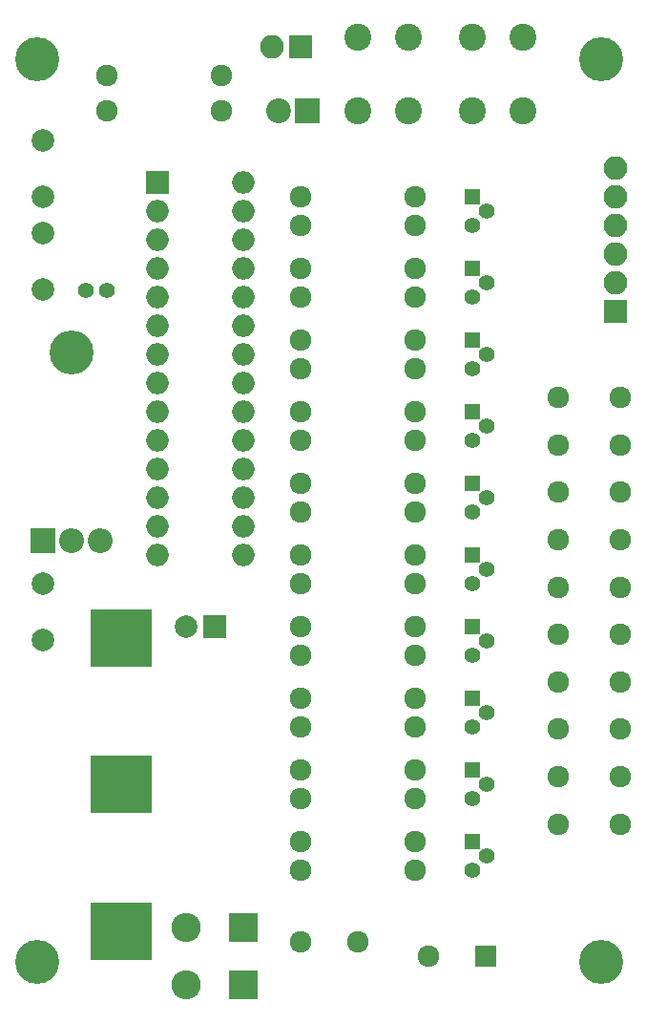
<source format=gbr>
G04 #@! TF.FileFunction,Soldermask,Top*
%FSLAX46Y46*%
G04 Gerber Fmt 4.6, Leading zero omitted, Abs format (unit mm)*
G04 Created by KiCad (PCBNEW 4.0.3+e1-6302~38~ubuntu14.04.1-stable) date Fri Mar 24 19:53:49 2017*
%MOMM*%
%LPD*%
G01*
G04 APERTURE LIST*
%ADD10C,0.100000*%
%ADD11C,2.000000*%
%ADD12R,5.400000X5.100000*%
%ADD13O,3.900000X3.900000*%
%ADD14R,2.200000X2.200000*%
%ADD15O,2.200000X2.200000*%
%ADD16C,2.400000*%
%ADD17C,1.924000*%
%ADD18R,2.000000X2.000000*%
%ADD19O,2.000000X2.000000*%
%ADD20C,3.900000*%
%ADD21C,1.400000*%
%ADD22R,1.400000X1.400000*%
%ADD23R,2.600000X2.600000*%
%ADD24O,2.600000X2.600000*%
%ADD25C,2.200000*%
%ADD26R,2.100000X2.100000*%
%ADD27O,2.100000X2.100000*%
%ADD28R,1.924000X1.924000*%
G04 APERTURE END LIST*
D10*
D11*
X110490000Y-96520000D03*
X110490000Y-101520000D03*
D12*
X117475000Y-127300000D03*
X117475000Y-114300000D03*
X117475000Y-101300000D03*
D13*
X113030000Y-76050000D03*
D14*
X110490000Y-92710000D03*
D15*
X113030000Y-92710000D03*
X115570000Y-92710000D03*
D16*
X153090000Y-54610000D03*
X148590000Y-54610000D03*
X153090000Y-48110000D03*
X148590000Y-48110000D03*
D17*
X138430000Y-128270000D03*
X133350000Y-128270000D03*
D18*
X120650000Y-60960000D03*
D19*
X128270000Y-93980000D03*
X120650000Y-63500000D03*
X128270000Y-91440000D03*
X120650000Y-66040000D03*
X128270000Y-88900000D03*
X120650000Y-68580000D03*
X128270000Y-86360000D03*
X120650000Y-71120000D03*
X128270000Y-83820000D03*
X120650000Y-73660000D03*
X128270000Y-81280000D03*
X120650000Y-76200000D03*
X128270000Y-78740000D03*
X120650000Y-78740000D03*
X128270000Y-76200000D03*
X120650000Y-81280000D03*
X128270000Y-73660000D03*
X120650000Y-83820000D03*
X128270000Y-71120000D03*
X120650000Y-86360000D03*
X128270000Y-68580000D03*
X120650000Y-88900000D03*
X128270000Y-66040000D03*
X120650000Y-91440000D03*
X128270000Y-63500000D03*
X120650000Y-93980000D03*
X128270000Y-60960000D03*
D20*
X110000000Y-50000000D03*
D16*
X142930000Y-54610000D03*
X138430000Y-54610000D03*
X142930000Y-48110000D03*
X138430000Y-48110000D03*
D21*
X149860000Y-120650000D03*
X148590000Y-121920000D03*
D22*
X148590000Y-119380000D03*
D23*
X128270000Y-127000000D03*
D24*
X123190000Y-127000000D03*
D14*
X133985000Y-54610000D03*
D25*
X131445000Y-54610000D03*
D21*
X149860000Y-114300000D03*
X148590000Y-115570000D03*
D22*
X148590000Y-113030000D03*
D21*
X149860000Y-107950000D03*
X148590000Y-109220000D03*
D22*
X148590000Y-106680000D03*
D21*
X149860000Y-101600000D03*
X148590000Y-102870000D03*
D22*
X148590000Y-100330000D03*
D21*
X149860000Y-95250000D03*
X148590000Y-96520000D03*
D22*
X148590000Y-93980000D03*
D21*
X149860000Y-88900000D03*
X148590000Y-90170000D03*
D22*
X148590000Y-87630000D03*
D21*
X149860000Y-82550000D03*
X148590000Y-83820000D03*
D22*
X148590000Y-81280000D03*
D21*
X149860000Y-76200000D03*
X148590000Y-77470000D03*
D22*
X148590000Y-74930000D03*
D21*
X149860000Y-69850000D03*
X148590000Y-71120000D03*
D22*
X148590000Y-68580000D03*
D21*
X149860000Y-63500000D03*
X148590000Y-64770000D03*
D22*
X148590000Y-62230000D03*
D17*
X126365000Y-54610000D03*
X116205000Y-54610000D03*
X126365000Y-51435000D03*
X116205000Y-51435000D03*
X133350000Y-121920000D03*
X143510000Y-121920000D03*
X133350000Y-115570000D03*
X143510000Y-115570000D03*
X133350000Y-109220000D03*
X143510000Y-109220000D03*
X133350000Y-102870000D03*
X143510000Y-102870000D03*
X133350000Y-96520000D03*
X143510000Y-96520000D03*
X133350000Y-90170000D03*
X143510000Y-90170000D03*
X133350000Y-83820000D03*
X143510000Y-83820000D03*
X133350000Y-77470000D03*
X143510000Y-77470000D03*
X133350000Y-71120000D03*
X143510000Y-71120000D03*
X133350000Y-64770000D03*
X143510000Y-64770000D03*
D21*
X116205000Y-70485000D03*
X114305000Y-70485000D03*
D17*
X133350000Y-119380000D03*
X143510000Y-119380000D03*
X133350000Y-113030000D03*
X143510000Y-113030000D03*
X133350000Y-106680000D03*
X143510000Y-106680000D03*
X133350000Y-100330000D03*
X143510000Y-100330000D03*
X133350000Y-93980000D03*
X143510000Y-93980000D03*
X133350000Y-87630000D03*
X143510000Y-87630000D03*
X133350000Y-81280000D03*
X143510000Y-81280000D03*
X133350000Y-74930000D03*
X143510000Y-74930000D03*
X133350000Y-68580000D03*
X143510000Y-68580000D03*
X133350000Y-62230000D03*
X143510000Y-62230000D03*
D26*
X161290000Y-72390000D03*
D27*
X161290000Y-69850000D03*
X161290000Y-67310000D03*
X161290000Y-64770000D03*
X161290000Y-62230000D03*
X161290000Y-59690000D03*
D26*
X133350000Y-48895000D03*
D27*
X130810000Y-48895000D03*
D17*
X156210000Y-80010000D03*
X161710000Y-80010000D03*
X156210000Y-84210000D03*
X161710000Y-84210000D03*
X156210000Y-88410000D03*
X161710000Y-88410000D03*
X156210000Y-92610000D03*
X161710000Y-92610000D03*
X156210000Y-96810000D03*
X161710000Y-96810000D03*
X156210000Y-101010000D03*
X161710000Y-101010000D03*
X156210000Y-105210000D03*
X161710000Y-105210000D03*
X156210000Y-109410000D03*
X161710000Y-109410000D03*
X156210000Y-113610000D03*
X161710000Y-113610000D03*
X156210000Y-117810000D03*
X161710000Y-117810000D03*
D20*
X160000000Y-50000000D03*
X160000000Y-130000000D03*
X110000000Y-130000000D03*
D17*
X144740000Y-129530000D03*
D28*
X149740000Y-129530000D03*
D11*
X110490000Y-62230000D03*
X110490000Y-57230000D03*
X110490000Y-65405000D03*
X110490000Y-70405000D03*
D18*
X125730000Y-100330000D03*
D11*
X123230000Y-100330000D03*
D23*
X128270000Y-132080000D03*
D24*
X123190000Y-132080000D03*
M02*

</source>
